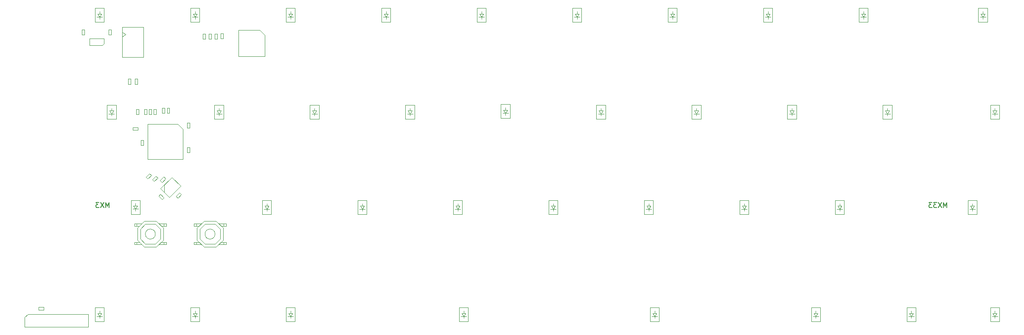
<source format=gbr>
%TF.GenerationSoftware,KiCad,Pcbnew,7.0.6*%
%TF.CreationDate,2023-07-18T22:48:20-04:00*%
%TF.ProjectId,cutiepie2040-standard-stagger,63757469-6570-4696-9532-3034302d7374,rev?*%
%TF.SameCoordinates,PX2d6b3a0PY7aa1830*%
%TF.FileFunction,AssemblyDrawing,Bot*%
%FSLAX46Y46*%
G04 Gerber Fmt 4.6, Leading zero omitted, Abs format (unit mm)*
G04 Created by KiCad (PCBNEW 7.0.6) date 2023-07-18 22:48:20*
%MOMM*%
%LPD*%
G01*
G04 APERTURE LIST*
%ADD10C,0.150000*%
%ADD11C,0.100000*%
G04 APERTURE END LIST*
D10*
X185118034Y29707765D02*
X185118034Y30707765D01*
X185118034Y30707765D02*
X184784701Y29993480D01*
X184784701Y29993480D02*
X184451368Y30707765D01*
X184451368Y30707765D02*
X184451368Y29707765D01*
X184070415Y30707765D02*
X183403749Y29707765D01*
X183403749Y30707765D02*
X184070415Y29707765D01*
X183118034Y30707765D02*
X182498987Y30707765D01*
X182498987Y30707765D02*
X182832320Y30326813D01*
X182832320Y30326813D02*
X182689463Y30326813D01*
X182689463Y30326813D02*
X182594225Y30279194D01*
X182594225Y30279194D02*
X182546606Y30231575D01*
X182546606Y30231575D02*
X182498987Y30136337D01*
X182498987Y30136337D02*
X182498987Y29898242D01*
X182498987Y29898242D02*
X182546606Y29803004D01*
X182546606Y29803004D02*
X182594225Y29755384D01*
X182594225Y29755384D02*
X182689463Y29707765D01*
X182689463Y29707765D02*
X182975177Y29707765D01*
X182975177Y29707765D02*
X183070415Y29755384D01*
X183070415Y29755384D02*
X183118034Y29803004D01*
X182165653Y30707765D02*
X181546606Y30707765D01*
X181546606Y30707765D02*
X181879939Y30326813D01*
X181879939Y30326813D02*
X181737082Y30326813D01*
X181737082Y30326813D02*
X181641844Y30279194D01*
X181641844Y30279194D02*
X181594225Y30231575D01*
X181594225Y30231575D02*
X181546606Y30136337D01*
X181546606Y30136337D02*
X181546606Y29898242D01*
X181546606Y29898242D02*
X181594225Y29803004D01*
X181594225Y29803004D02*
X181641844Y29755384D01*
X181641844Y29755384D02*
X181737082Y29707765D01*
X181737082Y29707765D02*
X182022796Y29707765D01*
X182022796Y29707765D02*
X182118034Y29755384D01*
X182118034Y29755384D02*
X182165653Y29803004D01*
X17954343Y29707975D02*
X17954343Y30707975D01*
X17954343Y30707975D02*
X17621010Y29993690D01*
X17621010Y29993690D02*
X17287677Y30707975D01*
X17287677Y30707975D02*
X17287677Y29707975D01*
X16906724Y30707975D02*
X16240058Y29707975D01*
X16240058Y30707975D02*
X16906724Y29707975D01*
X15954343Y30707975D02*
X15335296Y30707975D01*
X15335296Y30707975D02*
X15668629Y30327023D01*
X15668629Y30327023D02*
X15525772Y30327023D01*
X15525772Y30327023D02*
X15430534Y30279404D01*
X15430534Y30279404D02*
X15382915Y30231785D01*
X15382915Y30231785D02*
X15335296Y30136547D01*
X15335296Y30136547D02*
X15335296Y29898452D01*
X15335296Y29898452D02*
X15382915Y29803214D01*
X15382915Y29803214D02*
X15430534Y29755594D01*
X15430534Y29755594D02*
X15525772Y29707975D01*
X15525772Y29707975D02*
X15811486Y29707975D01*
X15811486Y29707975D02*
X15906724Y29755594D01*
X15906724Y29755594D02*
X15954343Y29803214D01*
D11*
%TO.C,D21*%
X115185955Y47415862D02*
X116985955Y47415862D01*
X116985955Y47415862D02*
X116985955Y50215862D01*
X116085955Y48065862D02*
X116085955Y48465862D01*
X116085955Y48465862D02*
X115535955Y48465862D01*
X116085955Y48465862D02*
X116635955Y48465862D01*
X116085955Y48465862D02*
X116485955Y49065862D01*
X115685955Y49065862D02*
X116085955Y48465862D01*
X116085955Y49065862D02*
X116085955Y49565862D01*
X116485955Y49065862D02*
X115685955Y49065862D01*
X115185955Y50215862D02*
X115185955Y47415862D01*
X116985955Y50215862D02*
X115185955Y50215862D01*
%TO.C,D24*%
X129473467Y66763453D02*
X131273467Y66763453D01*
X131273467Y66763453D02*
X131273467Y69563453D01*
X130373467Y67413453D02*
X130373467Y67813453D01*
X130373467Y67813453D02*
X129823467Y67813453D01*
X130373467Y67813453D02*
X130923467Y67813453D01*
X130373467Y67813453D02*
X130773467Y68413453D01*
X129973467Y68413453D02*
X130373467Y67813453D01*
X130373467Y68413453D02*
X130373467Y68913453D01*
X130773467Y68413453D02*
X129973467Y68413453D01*
X129473467Y69563453D02*
X129473467Y66763453D01*
X131273467Y69563453D02*
X129473467Y69563453D01*
%TO.C,D22*%
X124730802Y28365846D02*
X126530802Y28365846D01*
X126530802Y28365846D02*
X126530802Y31165846D01*
X125630802Y29015846D02*
X125630802Y29415846D01*
X125630802Y29415846D02*
X125080802Y29415846D01*
X125630802Y29415846D02*
X126180802Y29415846D01*
X125630802Y29415846D02*
X126030802Y30015846D01*
X125230802Y30015846D02*
X125630802Y29415846D01*
X125630802Y30015846D02*
X125630802Y30515846D01*
X126030802Y30015846D02*
X125230802Y30015846D01*
X124730802Y31165846D02*
X124730802Y28365846D01*
X126530802Y31165846D02*
X124730802Y31165846D01*
%TO.C,R_Flash2*%
X39560726Y64467768D02*
X39020726Y64467768D01*
X39020726Y64467768D02*
X39020726Y63417768D01*
X39560726Y63417768D02*
X39560726Y64467768D01*
X39020726Y63417768D02*
X39560726Y63417768D01*
%TO.C,R_RST1*%
X3886172Y9795224D02*
X3886172Y9255224D01*
X3886172Y9255224D02*
X4936172Y9255224D01*
X4936172Y9795224D02*
X3886172Y9795224D01*
X4936172Y9255224D02*
X4936172Y9795224D01*
%TO.C,C_1V-Decoup1*%
X26837038Y48315480D02*
X27337038Y48315480D01*
X27337038Y48315480D02*
X27337038Y49315480D01*
X26837038Y49315480D02*
X26837038Y48315480D01*
X27337038Y49315480D02*
X26837038Y49315480D01*
%TO.C,D13*%
X72323622Y66763453D02*
X74123622Y66763453D01*
X74123622Y66763453D02*
X74123622Y69563453D01*
X73223622Y67413453D02*
X73223622Y67813453D01*
X73223622Y67813453D02*
X72673622Y67813453D01*
X73223622Y67813453D02*
X73773622Y67813453D01*
X73223622Y67813453D02*
X73623622Y68413453D01*
X72823622Y68413453D02*
X73223622Y67813453D01*
X73223622Y68413453D02*
X73223622Y68913453D01*
X73623622Y68413453D02*
X72823622Y68413453D01*
X72323622Y69563453D02*
X72323622Y66763453D01*
X74123622Y69563453D02*
X72323622Y69563453D01*
%TO.C,C_LD1*%
X17907077Y64285627D02*
X18407077Y64285627D01*
X18407077Y64285627D02*
X18407077Y65285627D01*
X17907077Y65285627D02*
X17907077Y64285627D01*
X18407077Y65285627D02*
X17907077Y65285627D01*
%TO.C,D34*%
X177098507Y6934578D02*
X178898507Y6934578D01*
X178898507Y6934578D02*
X178898507Y9734578D01*
X177998507Y7584578D02*
X177998507Y7984578D01*
X177998507Y7984578D02*
X177448507Y7984578D01*
X177998507Y7984578D02*
X178548507Y7984578D01*
X177998507Y7984578D02*
X178398507Y8584578D01*
X177598507Y8584578D02*
X177998507Y7984578D01*
X177998507Y8584578D02*
X177998507Y9084578D01*
X178398507Y8584578D02*
X177598507Y8584578D01*
X177098507Y9734578D02*
X177098507Y6934578D01*
X178898507Y9734578D02*
X177098507Y9734578D01*
%TO.C,D23*%
X125901589Y6934578D02*
X127701589Y6934578D01*
X127701589Y6934578D02*
X127701589Y9734578D01*
X126801589Y7584578D02*
X126801589Y7984578D01*
X126801589Y7984578D02*
X126251589Y7984578D01*
X126801589Y7984578D02*
X127351589Y7984578D01*
X126801589Y7984578D02*
X127201589Y8584578D01*
X126401589Y8584578D02*
X126801589Y7984578D01*
X126801589Y8584578D02*
X126801589Y9084578D01*
X127201589Y8584578D02*
X126401589Y8584578D01*
X125901589Y9734578D02*
X125901589Y6934578D01*
X127701589Y9734578D02*
X125901589Y9734578D01*
%TO.C,C_3V-Decoup8*%
X26598086Y35286317D02*
X26951639Y34932764D01*
X26951639Y34932764D02*
X27658746Y35639871D01*
X27305193Y35993424D02*
X26598086Y35286317D01*
X27658746Y35639871D02*
X27305193Y35993424D01*
%TO.C,C_1V-Decoup2*%
X29515960Y48613138D02*
X30015960Y48613138D01*
X30015960Y48613138D02*
X30015960Y49613138D01*
X29515960Y49613138D02*
X29515960Y48613138D01*
X30015960Y49613138D02*
X29515960Y49613138D01*
%TO.C,D17*%
X96135939Y47551801D02*
X97935939Y47551801D01*
X97935939Y47551801D02*
X97935939Y50351801D01*
X97035939Y48201801D02*
X97035939Y48601801D01*
X97035939Y48601801D02*
X96485939Y48601801D01*
X97035939Y48601801D02*
X97585939Y48601801D01*
X97035939Y48601801D02*
X97435939Y49201801D01*
X96635939Y49201801D02*
X97035939Y48601801D01*
X97035939Y49201801D02*
X97035939Y49701801D01*
X97435939Y49201801D02*
X96635939Y49201801D01*
X96135939Y50351801D02*
X96135939Y47551801D01*
X97935939Y50351801D02*
X96135939Y50351801D01*
%TO.C,D30*%
X158048491Y6934578D02*
X159848491Y6934578D01*
X159848491Y6934578D02*
X159848491Y9734578D01*
X158948491Y7584578D02*
X158948491Y7984578D01*
X158948491Y7984578D02*
X158398491Y7984578D01*
X158948491Y7984578D02*
X159498491Y7984578D01*
X158948491Y7984578D02*
X159348491Y8584578D01*
X158548491Y8584578D02*
X158948491Y7984578D01*
X158948491Y8584578D02*
X158948491Y9084578D01*
X159348491Y8584578D02*
X158548491Y8584578D01*
X158048491Y9734578D02*
X158048491Y6934578D01*
X159848491Y9734578D02*
X158048491Y9734578D01*
%TO.C,D9*%
X53273574Y66763453D02*
X55073574Y66763453D01*
X55073574Y66763453D02*
X55073574Y69563453D01*
X54173574Y67413453D02*
X54173574Y67813453D01*
X54173574Y67813453D02*
X53623574Y67813453D01*
X54173574Y67813453D02*
X54723574Y67813453D01*
X54173574Y67813453D02*
X54573574Y68413453D01*
X53773574Y68413453D02*
X54173574Y67813453D01*
X54173574Y68413453D02*
X54173574Y68913453D01*
X54573574Y68413453D02*
X53773574Y68413453D01*
X53273574Y69563453D02*
X53273574Y66763453D01*
X55073574Y69563453D02*
X53273574Y69563453D01*
%TO.C,D25*%
X134235971Y47415862D02*
X136035971Y47415862D01*
X136035971Y47415862D02*
X136035971Y50215862D01*
X135135971Y48065862D02*
X135135971Y48465862D01*
X135135971Y48465862D02*
X134585971Y48465862D01*
X135135971Y48465862D02*
X135685971Y48465862D01*
X135135971Y48465862D02*
X135535971Y49065862D01*
X134735971Y49065862D02*
X135135971Y48465862D01*
X135135971Y49065862D02*
X135135971Y49565862D01*
X135535971Y49065862D02*
X134735971Y49065862D01*
X134235971Y50215862D02*
X134235971Y47415862D01*
X136035971Y50215862D02*
X134235971Y50215862D01*
%TO.C,R_DATA2*%
X22296501Y55442469D02*
X21756501Y55442469D01*
X21756501Y55442469D02*
X21756501Y54392469D01*
X22296501Y54392469D02*
X22296501Y55442469D01*
X21756501Y54392469D02*
X22296501Y54392469D01*
%TO.C,D31*%
X167573499Y66763453D02*
X169373499Y66763453D01*
X169373499Y66763453D02*
X169373499Y69563453D01*
X168473499Y67413453D02*
X168473499Y67813453D01*
X168473499Y67813453D02*
X167923499Y67813453D01*
X168473499Y67813453D02*
X169023499Y67813453D01*
X168473499Y67813453D02*
X168873499Y68413453D01*
X168073499Y68413453D02*
X168473499Y67813453D01*
X168473499Y68413453D02*
X168473499Y68913453D01*
X168873499Y68413453D02*
X168073499Y68413453D01*
X167573499Y69563453D02*
X167573499Y66763453D01*
X169373499Y69563453D02*
X167573499Y69563453D01*
%TO.C,J2*%
X13811172Y8413972D02*
X1746172Y8413972D01*
X1746172Y8413972D02*
X1111172Y7778972D01*
X1111172Y7778972D02*
X1111172Y5873972D01*
X13811172Y5873972D02*
X13811172Y8413972D01*
X1111172Y5873972D02*
X13811172Y5873972D01*
%TO.C,D35*%
X191386019Y66763453D02*
X193186019Y66763453D01*
X193186019Y66763453D02*
X193186019Y69563453D01*
X192286019Y67413453D02*
X192286019Y67813453D01*
X192286019Y67813453D02*
X191736019Y67813453D01*
X192286019Y67813453D02*
X192836019Y67813453D01*
X192286019Y67813453D02*
X192686019Y68413453D01*
X191886019Y68413453D02*
X192286019Y67813453D01*
X192286019Y68413453D02*
X192286019Y68913453D01*
X192686019Y68413453D02*
X191886019Y68413453D01*
X191386019Y69563453D02*
X191386019Y66763453D01*
X193186019Y69563453D02*
X191386019Y69563453D01*
%TO.C,D16*%
X91373670Y66763453D02*
X93173670Y66763453D01*
X93173670Y66763453D02*
X93173670Y69563453D01*
X92273670Y67413453D02*
X92273670Y67813453D01*
X92273670Y67813453D02*
X91723670Y67813453D01*
X92273670Y67813453D02*
X92823670Y67813453D01*
X92273670Y67813453D02*
X92673670Y68413453D01*
X91873670Y68413453D02*
X92273670Y67813453D01*
X92273670Y68413453D02*
X92273670Y68913453D01*
X92673670Y68413453D02*
X91873670Y68413453D01*
X91373670Y69563453D02*
X91373670Y66763453D01*
X93173670Y69563453D02*
X91373670Y69563453D01*
%TO.C,SW2*%
X22993816Y26507874D02*
X22993816Y26007874D01*
X22993816Y26007874D02*
X23993816Y26007874D01*
X22993816Y22807874D02*
X23993816Y22807874D01*
X22993816Y22307874D02*
X22993816Y22807874D01*
X23493816Y26507874D02*
X23493816Y26007874D01*
X23493816Y22307874D02*
X23493816Y22807874D01*
X23593816Y25607874D02*
X24993816Y27007874D01*
X23593816Y23207874D02*
X23593816Y25607874D01*
X24193816Y25407874D02*
X24193816Y23407874D01*
X24193816Y23407874D02*
X25193816Y22407874D01*
X24493816Y26507874D02*
X22993816Y26507874D01*
X24493816Y22307874D02*
X22993816Y22307874D01*
X24993816Y27007874D02*
X27393816Y27007874D01*
X24993816Y21807874D02*
X23593816Y23207874D01*
X25193816Y26407874D02*
X24193816Y25407874D01*
X25193816Y22407874D02*
X27193816Y22407874D01*
X27193816Y26407874D02*
X25193816Y26407874D01*
X27193816Y22407874D02*
X28193816Y23407874D01*
X27393816Y27007874D02*
X28793816Y25607874D01*
X27393816Y21807874D02*
X24993816Y21807874D01*
X27893816Y26507874D02*
X29393816Y26507874D01*
X27893816Y22307874D02*
X29393816Y22307874D01*
X28193816Y25407874D02*
X27193816Y26407874D01*
X28193816Y23407874D02*
X28193816Y25407874D01*
X28793816Y25607874D02*
X28793816Y23207874D01*
X28793816Y23207874D02*
X27393816Y21807874D01*
X28893816Y26507874D02*
X28893816Y26007874D01*
X28893816Y22307874D02*
X28893816Y22807874D01*
X29393816Y26507874D02*
X29393816Y26007874D01*
X29393816Y26007874D02*
X28393816Y26007874D01*
X29393816Y22807874D02*
X28393816Y22807874D01*
X29393816Y22307874D02*
X29393816Y22807874D01*
X27193816Y24407874D02*
G75*
G03*
X27193816Y24407874I-1000000J0D01*
G01*
%TO.C,D19*%
X87801557Y6934578D02*
X89601557Y6934578D01*
X89601557Y6934578D02*
X89601557Y9734578D01*
X88701557Y7584578D02*
X88701557Y7984578D01*
X88701557Y7984578D02*
X88151557Y7984578D01*
X88701557Y7984578D02*
X89251557Y7984578D01*
X88701557Y7984578D02*
X89101557Y8584578D01*
X88301557Y8584578D02*
X88701557Y7984578D01*
X88701557Y8584578D02*
X88701557Y9084578D01*
X89101557Y8584578D02*
X88301557Y8584578D01*
X87801557Y9734578D02*
X87801557Y6934578D01*
X89601557Y9734578D02*
X87801557Y9734578D01*
%TO.C,D27*%
X148523483Y66763453D02*
X150323483Y66763453D01*
X150323483Y66763453D02*
X150323483Y69563453D01*
X149423483Y67413453D02*
X149423483Y67813453D01*
X149423483Y67813453D02*
X148873483Y67813453D01*
X149423483Y67813453D02*
X149973483Y67813453D01*
X149423483Y67813453D02*
X149823483Y68413453D01*
X149023483Y68413453D02*
X149423483Y67813453D01*
X149423483Y68413453D02*
X149423483Y68913453D01*
X149823483Y68413453D02*
X149023483Y68413453D01*
X148523483Y69563453D02*
X148523483Y66763453D01*
X150323483Y69563453D02*
X148523483Y69563453D01*
%TO.C,C_1V-Decoup3*%
X26384611Y36151675D02*
X26031058Y36505228D01*
X26031058Y36505228D02*
X25323951Y35798121D01*
X25677504Y35444568D02*
X26384611Y36151675D01*
X25323951Y35798121D02*
X25677504Y35444568D01*
%TO.C,D2*%
X17554623Y47415862D02*
X19354623Y47415862D01*
X19354623Y47415862D02*
X19354623Y50215862D01*
X18454623Y48065862D02*
X18454623Y48465862D01*
X18454623Y48465862D02*
X17904623Y48465862D01*
X18454623Y48465862D02*
X19004623Y48465862D01*
X18454623Y48465862D02*
X18854623Y49065862D01*
X18054623Y49065862D02*
X18454623Y48465862D01*
X18454623Y49065862D02*
X18454623Y49565862D01*
X18854623Y49065862D02*
X18054623Y49065862D01*
X17554623Y50215862D02*
X17554623Y47415862D01*
X19354623Y50215862D02*
X17554623Y50215862D01*
%TO.C,Y1*%
X28231782Y33501732D02*
X30494523Y35764473D01*
X28938888Y32794625D02*
X28938888Y34208838D01*
X29999549Y31733965D02*
X28231782Y33501732D01*
X30494523Y35764473D02*
X32262290Y33996706D01*
X32262290Y33996706D02*
X29999549Y31733965D01*
%TO.C,D18*%
X105680786Y28365846D02*
X107480786Y28365846D01*
X107480786Y28365846D02*
X107480786Y31165846D01*
X106580786Y29015846D02*
X106580786Y29415846D01*
X106580786Y29415846D02*
X106030786Y29415846D01*
X106580786Y29415846D02*
X107130786Y29415846D01*
X106580786Y29415846D02*
X106980786Y30015846D01*
X106180786Y30015846D02*
X106580786Y29415846D01*
X106580786Y30015846D02*
X106580786Y30515846D01*
X106980786Y30015846D02*
X106180786Y30015846D01*
X105680786Y31165846D02*
X105680786Y28365846D01*
X107480786Y31165846D02*
X105680786Y31165846D01*
%TO.C,D33*%
X189302823Y28365700D02*
X191102823Y28365700D01*
X191102823Y28365700D02*
X191102823Y31165700D01*
X190202823Y29015700D02*
X190202823Y29415700D01*
X190202823Y29415700D02*
X189652823Y29415700D01*
X190202823Y29415700D02*
X190752823Y29415700D01*
X190202823Y29415700D02*
X190602823Y30015700D01*
X189802823Y30015700D02*
X190202823Y29415700D01*
X190202823Y30015700D02*
X190202823Y30515700D01*
X190602823Y30015700D02*
X189802823Y30015700D01*
X189302823Y31165700D02*
X189302823Y28365700D01*
X191102823Y31165700D02*
X189302823Y31165700D01*
%TO.C,D37*%
X193767271Y6934578D02*
X195567271Y6934578D01*
X195567271Y6934578D02*
X195567271Y9734578D01*
X194667271Y7584578D02*
X194667271Y7984578D01*
X194667271Y7984578D02*
X194117271Y7984578D01*
X194667271Y7984578D02*
X195217271Y7984578D01*
X194667271Y7984578D02*
X195067271Y8584578D01*
X194267271Y8584578D02*
X194667271Y7984578D01*
X194667271Y8584578D02*
X194667271Y9084578D01*
X195067271Y8584578D02*
X194267271Y8584578D01*
X193767271Y9734578D02*
X193767271Y6934578D01*
X195567271Y9734578D02*
X193767271Y9734578D01*
%TO.C,C_3V-Decoup6*%
X33534343Y45636558D02*
X34034343Y45636558D01*
X34034343Y45636558D02*
X34034343Y46636558D01*
X33534343Y46636558D02*
X33534343Y45636558D01*
X34034343Y46636558D02*
X33534343Y46636558D01*
%TO.C,SW1*%
X34900096Y26507874D02*
X34900096Y26007874D01*
X34900096Y26007874D02*
X35900096Y26007874D01*
X34900096Y22807874D02*
X35900096Y22807874D01*
X34900096Y22307874D02*
X34900096Y22807874D01*
X35400096Y26507874D02*
X35400096Y26007874D01*
X35400096Y22307874D02*
X35400096Y22807874D01*
X35500096Y25607874D02*
X36900096Y27007874D01*
X35500096Y23207874D02*
X35500096Y25607874D01*
X36100096Y25407874D02*
X36100096Y23407874D01*
X36100096Y23407874D02*
X37100096Y22407874D01*
X36400096Y26507874D02*
X34900096Y26507874D01*
X36400096Y22307874D02*
X34900096Y22307874D01*
X36900096Y27007874D02*
X39300096Y27007874D01*
X36900096Y21807874D02*
X35500096Y23207874D01*
X37100096Y26407874D02*
X36100096Y25407874D01*
X37100096Y22407874D02*
X39100096Y22407874D01*
X39100096Y26407874D02*
X37100096Y26407874D01*
X39100096Y22407874D02*
X40100096Y23407874D01*
X39300096Y27007874D02*
X40700096Y25607874D01*
X39300096Y21807874D02*
X36900096Y21807874D01*
X39800096Y26507874D02*
X41300096Y26507874D01*
X39800096Y22307874D02*
X41300096Y22307874D01*
X40100096Y25407874D02*
X39100096Y26407874D01*
X40100096Y23407874D02*
X40100096Y25407874D01*
X40700096Y25607874D02*
X40700096Y23207874D01*
X40700096Y23207874D02*
X39300096Y21807874D01*
X40800096Y26507874D02*
X40800096Y26007874D01*
X40800096Y22307874D02*
X40800096Y22807874D01*
X41300096Y26507874D02*
X41300096Y26007874D01*
X41300096Y26007874D02*
X40300096Y26007874D01*
X41300096Y22807874D02*
X40300096Y22807874D01*
X41300096Y22307874D02*
X41300096Y22807874D01*
X39100096Y24407874D02*
G75*
G03*
X39100096Y24407874I-1000000J0D01*
G01*
%TO.C,D10*%
X58035907Y47415862D02*
X59835907Y47415862D01*
X59835907Y47415862D02*
X59835907Y50215862D01*
X58935907Y48065862D02*
X58935907Y48465862D01*
X58935907Y48465862D02*
X58385907Y48465862D01*
X58935907Y48465862D02*
X59485907Y48465862D01*
X58935907Y48465862D02*
X59335907Y49065862D01*
X58535907Y49065862D02*
X58935907Y48465862D01*
X58935907Y49065862D02*
X58935907Y49565862D01*
X59335907Y49065862D02*
X58535907Y49065862D01*
X58035907Y50215862D02*
X58035907Y47415862D01*
X59835907Y50215862D02*
X58035907Y50215862D01*
%TO.C,D4*%
X15173371Y6934578D02*
X16973371Y6934578D01*
X16973371Y6934578D02*
X16973371Y9734578D01*
X16073371Y7584578D02*
X16073371Y7984578D01*
X16073371Y7984578D02*
X15523371Y7984578D01*
X16073371Y7984578D02*
X16623371Y7984578D01*
X16073371Y7984578D02*
X16473371Y8584578D01*
X15673371Y8584578D02*
X16073371Y7984578D01*
X16073371Y8584578D02*
X16073371Y9084578D01*
X16473371Y8584578D02*
X15673371Y8584578D01*
X15173371Y9734578D02*
X15173371Y6934578D01*
X16973371Y9734578D02*
X15173371Y9734578D01*
%TO.C,R_Crystal1*%
X28130019Y35123774D02*
X28511857Y34741936D01*
X28511857Y34741936D02*
X29254319Y35484398D01*
X28872481Y35866236D02*
X28130019Y35123774D01*
X29254319Y35484398D02*
X28872481Y35866236D01*
%TO.C,C_3V-Decoup5*%
X23683971Y45212608D02*
X23683971Y45712608D01*
X23683971Y45712608D02*
X22683971Y45712608D01*
X22683971Y45212608D02*
X23683971Y45212608D01*
X22683971Y45712608D02*
X22683971Y45212608D01*
%TO.C,C_Flash1*%
X40731352Y64472768D02*
X40231352Y64472768D01*
X40231352Y64472768D02*
X40231352Y63472768D01*
X40731352Y63472768D02*
X40731352Y64472768D01*
X40231352Y63472768D02*
X40731352Y63472768D01*
%TO.C,C_3V-Decoup7*%
X26394064Y49315480D02*
X25894064Y49315480D01*
X25894064Y49315480D02*
X25894064Y48315480D01*
X26394064Y48315480D02*
X26394064Y49315480D01*
X25894064Y48315480D02*
X26394064Y48315480D01*
%TO.C,C_3V-Decoup1*%
X23413971Y48315480D02*
X23913971Y48315480D01*
X23913971Y48315480D02*
X23913971Y49315480D01*
X23413971Y49315480D02*
X23413971Y48315480D01*
X23913971Y49315480D02*
X23413971Y49315480D01*
%TO.C,D6*%
X38985891Y47415862D02*
X40785891Y47415862D01*
X40785891Y47415862D02*
X40785891Y50215862D01*
X39885891Y48065862D02*
X39885891Y48465862D01*
X39885891Y48465862D02*
X39335891Y48465862D01*
X39885891Y48465862D02*
X40435891Y48465862D01*
X39885891Y48465862D02*
X40285891Y49065862D01*
X39485891Y49065862D02*
X39885891Y48465862D01*
X39885891Y49065862D02*
X39885891Y49565862D01*
X40285891Y49065862D02*
X39485891Y49065862D01*
X38985891Y50215862D02*
X38985891Y47415862D01*
X40785891Y50215862D02*
X38985891Y50215862D01*
%TO.C,D32*%
X172336003Y47415862D02*
X174136003Y47415862D01*
X174136003Y47415862D02*
X174136003Y50215862D01*
X173236003Y48065862D02*
X173236003Y48465862D01*
X173236003Y48465862D02*
X172686003Y48465862D01*
X173236003Y48465862D02*
X173786003Y48465862D01*
X173236003Y48465862D02*
X173636003Y49065862D01*
X172836003Y49065862D02*
X173236003Y48465862D01*
X173236003Y49065862D02*
X173236003Y49565862D01*
X173636003Y49065862D02*
X172836003Y49065862D01*
X172336003Y50215862D02*
X172336003Y47415862D01*
X174136003Y50215862D02*
X172336003Y50215862D01*
%TO.C,C_3V-Decoup4*%
X24306945Y42162608D02*
X24806945Y42162608D01*
X24806945Y42162608D02*
X24806945Y43162608D01*
X24306945Y43162608D02*
X24306945Y42162608D01*
X24806945Y43162608D02*
X24306945Y43162608D01*
%TO.C,J1*%
X24824880Y65805627D02*
X24824880Y59805627D01*
X20574880Y65805627D02*
X24824880Y65805627D01*
X20574880Y65805627D02*
X20574880Y59805627D01*
X20574880Y64805627D02*
X21281987Y64305627D01*
X21281987Y64305627D02*
X20574880Y63805627D01*
X20574880Y59805627D02*
X24824880Y59805627D01*
%TO.C,C_Crystal1*%
X31318969Y31970179D02*
X31672522Y31616626D01*
X31672522Y31616626D02*
X32379629Y32323733D01*
X32026076Y32677286D02*
X31318969Y31970179D01*
X32379629Y32323733D02*
X32026076Y32677286D01*
%TO.C,D36*%
X193767271Y47415862D02*
X195567271Y47415862D01*
X195567271Y47415862D02*
X195567271Y50215862D01*
X194667271Y48065862D02*
X194667271Y48465862D01*
X194667271Y48465862D02*
X194117271Y48465862D01*
X194667271Y48465862D02*
X195217271Y48465862D01*
X194667271Y48465862D02*
X195067271Y49065862D01*
X194267271Y49065862D02*
X194667271Y48465862D01*
X194667271Y49065862D02*
X194667271Y49565862D01*
X195067271Y49065862D02*
X194267271Y49065862D01*
X193767271Y50215862D02*
X193767271Y47415862D01*
X195567271Y50215862D02*
X193767271Y50215862D01*
%TO.C,D26*%
X143780818Y28365846D02*
X145580818Y28365846D01*
X145580818Y28365846D02*
X145580818Y31165846D01*
X144680818Y29015846D02*
X144680818Y29415846D01*
X144680818Y29415846D02*
X144130818Y29415846D01*
X144680818Y29415846D02*
X145230818Y29415846D01*
X144680818Y29415846D02*
X145080818Y30015846D01*
X144280818Y30015846D02*
X144680818Y29415846D01*
X144680818Y30015846D02*
X144680818Y30515846D01*
X145080818Y30015846D02*
X144280818Y30015846D01*
X143780818Y31165846D02*
X143780818Y28365846D01*
X145580818Y31165846D02*
X143780818Y31165846D01*
%TO.C,R_DATA1*%
X23636313Y55442469D02*
X23096313Y55442469D01*
X23096313Y55442469D02*
X23096313Y54392469D01*
X23636313Y54392469D02*
X23636313Y55442469D01*
X23096313Y54392469D02*
X23636313Y54392469D01*
%TO.C,D15*%
X86630770Y28365846D02*
X88430770Y28365846D01*
X88430770Y28365846D02*
X88430770Y31165846D01*
X87530770Y29015846D02*
X87530770Y29415846D01*
X87530770Y29415846D02*
X86980770Y29415846D01*
X87530770Y29415846D02*
X88080770Y29415846D01*
X87530770Y29415846D02*
X87930770Y30015846D01*
X87130770Y30015846D02*
X87530770Y29415846D01*
X87530770Y30015846D02*
X87530770Y30515846D01*
X87930770Y30015846D02*
X87130770Y30015846D01*
X86630770Y31165846D02*
X86630770Y28365846D01*
X88430770Y31165846D02*
X86630770Y31165846D01*
%TO.C,D14*%
X77085923Y47415862D02*
X78885923Y47415862D01*
X78885923Y47415862D02*
X78885923Y50215862D01*
X77985923Y48065862D02*
X77985923Y48465862D01*
X77985923Y48465862D02*
X77435923Y48465862D01*
X77985923Y48465862D02*
X78535923Y48465862D01*
X77985923Y48465862D02*
X78385923Y49065862D01*
X77585923Y49065862D02*
X77985923Y48465862D01*
X77985923Y49065862D02*
X77985923Y49565862D01*
X78385923Y49065862D02*
X77585923Y49065862D01*
X77085923Y50215862D02*
X77085923Y47415862D01*
X78885923Y50215862D02*
X77085923Y50215862D01*
%TO.C,C_Crystal2*%
X28529535Y31324612D02*
X28883088Y31678165D01*
X28883088Y31678165D02*
X28175981Y32385272D01*
X27822428Y32031719D02*
X28529535Y31324612D01*
X28175981Y32385272D02*
X27822428Y32031719D01*
%TO.C,R_Flash1*%
X37179474Y64467768D02*
X36639474Y64467768D01*
X36639474Y64467768D02*
X36639474Y63417768D01*
X37179474Y63417768D02*
X37179474Y64467768D01*
X36639474Y63417768D02*
X37179474Y63417768D01*
%TO.C,D11*%
X67580754Y28365846D02*
X69380754Y28365846D01*
X69380754Y28365846D02*
X69380754Y31165846D01*
X68480754Y29015846D02*
X68480754Y29415846D01*
X68480754Y29415846D02*
X67930754Y29415846D01*
X68480754Y29415846D02*
X69030754Y29415846D01*
X68480754Y29415846D02*
X68880754Y30015846D01*
X68080754Y30015846D02*
X68480754Y29415846D01*
X68480754Y30015846D02*
X68480754Y30515846D01*
X68880754Y30015846D02*
X68080754Y30015846D01*
X67580754Y31165846D02*
X67580754Y28365846D01*
X69380754Y31165846D02*
X67580754Y31165846D01*
%TO.C,D28*%
X153285987Y47415862D02*
X155085987Y47415862D01*
X155085987Y47415862D02*
X155085987Y50215862D01*
X154185987Y48065862D02*
X154185987Y48465862D01*
X154185987Y48465862D02*
X153635987Y48465862D01*
X154185987Y48465862D02*
X154735987Y48465862D01*
X154185987Y48465862D02*
X154585987Y49065862D01*
X153785987Y49065862D02*
X154185987Y48465862D01*
X154185987Y49065862D02*
X154185987Y49565862D01*
X154585987Y49065862D02*
X153785987Y49065862D01*
X153285987Y50215862D02*
X153285987Y47415862D01*
X155085987Y50215862D02*
X153285987Y50215862D01*
%TO.C,C_3V-Decoup2*%
X24951090Y48315480D02*
X25451090Y48315480D01*
X25451090Y48315480D02*
X25451090Y49315480D01*
X24951090Y49315480D02*
X24951090Y48315480D01*
X25451090Y49315480D02*
X24951090Y49315480D01*
%TO.C,C_LD2*%
X12549251Y64285627D02*
X13049251Y64285627D01*
X13049251Y64285627D02*
X13049251Y65285627D01*
X12549251Y65285627D02*
X12549251Y64285627D01*
X13049251Y65285627D02*
X12549251Y65285627D01*
%TO.C,D7*%
X48530738Y28365846D02*
X50330738Y28365846D01*
X50330738Y28365846D02*
X50330738Y31165846D01*
X49430738Y29015846D02*
X49430738Y29415846D01*
X49430738Y29415846D02*
X48880738Y29415846D01*
X49430738Y29415846D02*
X49980738Y29415846D01*
X49430738Y29415846D02*
X49830738Y30015846D01*
X49030738Y30015846D02*
X49430738Y29415846D01*
X49430738Y30015846D02*
X49430738Y30515846D01*
X49830738Y30015846D02*
X49030738Y30015846D01*
X48530738Y31165846D02*
X48530738Y28365846D01*
X50330738Y31165846D02*
X48530738Y31165846D01*
%TO.C,C_3V-Decoup9*%
X34034343Y41725201D02*
X33534343Y41725201D01*
X33534343Y41725201D02*
X33534343Y40725201D01*
X34034343Y40725201D02*
X34034343Y41725201D01*
X33534343Y40725201D02*
X34034343Y40725201D01*
%TO.C,D29*%
X162830834Y28365846D02*
X164630834Y28365846D01*
X164630834Y28365846D02*
X164630834Y31165846D01*
X163730834Y29015846D02*
X163730834Y29415846D01*
X163730834Y29415846D02*
X163180834Y29415846D01*
X163730834Y29415846D02*
X164280834Y29415846D01*
X163730834Y29415846D02*
X164130834Y30015846D01*
X163330834Y30015846D02*
X163730834Y29415846D01*
X163730834Y30015846D02*
X163730834Y30515846D01*
X164130834Y30015846D02*
X163330834Y30015846D01*
X162830834Y31165846D02*
X162830834Y28365846D01*
X164630834Y31165846D02*
X162830834Y31165846D01*
%TO.C,U1*%
X32670386Y39362608D02*
X32670386Y45362608D01*
X32670386Y45362608D02*
X31670386Y46362608D01*
X31670386Y46362608D02*
X25670386Y46362608D01*
X25670386Y39362608D02*
X32670386Y39362608D01*
X25670386Y46362608D02*
X25670386Y39362608D01*
%TO.C,D8*%
X34223387Y6934578D02*
X36023387Y6934578D01*
X36023387Y6934578D02*
X36023387Y9734578D01*
X35123387Y7584578D02*
X35123387Y7984578D01*
X35123387Y7984578D02*
X34573387Y7984578D01*
X35123387Y7984578D02*
X35673387Y7984578D01*
X35123387Y7984578D02*
X35523387Y8584578D01*
X34723387Y8584578D02*
X35123387Y7984578D01*
X35123387Y8584578D02*
X35123387Y9084578D01*
X35523387Y8584578D02*
X34723387Y8584578D01*
X34223387Y9734578D02*
X34223387Y6934578D01*
X36023387Y9734578D02*
X34223387Y9734578D01*
%TO.C,U3*%
X14028164Y62155627D02*
X16603164Y62155627D01*
X16603164Y62155627D02*
X16928164Y62480627D01*
X16928164Y62480627D02*
X16928164Y63455627D01*
X14028164Y63455627D02*
X14028164Y62155627D01*
X16928164Y63455627D02*
X14028164Y63455627D01*
%TO.C,D3*%
X22317484Y28378249D02*
X24117484Y28378249D01*
X24117484Y28378249D02*
X24117484Y31178249D01*
X23217484Y29028249D02*
X23217484Y29428249D01*
X23217484Y29428249D02*
X22667484Y29428249D01*
X23217484Y29428249D02*
X23767484Y29428249D01*
X23217484Y29428249D02*
X23617484Y30028249D01*
X22817484Y30028249D02*
X23217484Y29428249D01*
X23217484Y30028249D02*
X23217484Y30528249D01*
X23617484Y30028249D02*
X22817484Y30028249D01*
X22317484Y31178249D02*
X22317484Y28378249D01*
X24117484Y31178249D02*
X22317484Y31178249D01*
%TO.C,D5*%
X34223526Y66763453D02*
X36023526Y66763453D01*
X36023526Y66763453D02*
X36023526Y69563453D01*
X35123526Y67413453D02*
X35123526Y67813453D01*
X35123526Y67813453D02*
X34573526Y67813453D01*
X35123526Y67813453D02*
X35673526Y67813453D01*
X35123526Y67813453D02*
X35523526Y68413453D01*
X34723526Y68413453D02*
X35123526Y67813453D01*
X35123526Y68413453D02*
X35123526Y68913453D01*
X35523526Y68413453D02*
X34723526Y68413453D01*
X34223526Y69563453D02*
X34223526Y66763453D01*
X36023526Y69563453D02*
X34223526Y69563453D01*
%TO.C,R_Flash3*%
X37830100Y63417768D02*
X38370100Y63417768D01*
X38370100Y63417768D02*
X38370100Y64467768D01*
X37830100Y64467768D02*
X37830100Y63417768D01*
X38370100Y64467768D02*
X37830100Y64467768D01*
%TO.C,U2*%
X49049492Y59932768D02*
X49049492Y64162768D01*
X49049492Y64162768D02*
X48049492Y65162768D01*
X48049492Y65162768D02*
X43819492Y65162768D01*
X43819492Y59932768D02*
X49049492Y59932768D01*
X43819492Y65162768D02*
X43819492Y59932768D01*
%TO.C,C_3V-Decoup3*%
X28572986Y48613138D02*
X29072986Y48613138D01*
X29072986Y48613138D02*
X29072986Y49613138D01*
X28572986Y49613138D02*
X28572986Y48613138D01*
X29072986Y49613138D02*
X28572986Y49613138D01*
%TO.C,D1*%
X15173478Y66763453D02*
X16973478Y66763453D01*
X16973478Y66763453D02*
X16973478Y69563453D01*
X16073478Y67413453D02*
X16073478Y67813453D01*
X16073478Y67813453D02*
X15523478Y67813453D01*
X16073478Y67813453D02*
X16623478Y67813453D01*
X16073478Y67813453D02*
X16473478Y68413453D01*
X15673478Y68413453D02*
X16073478Y67813453D01*
X16073478Y68413453D02*
X16073478Y68913453D01*
X16473478Y68413453D02*
X15673478Y68413453D01*
X15173478Y69563453D02*
X15173478Y66763453D01*
X16973478Y69563453D02*
X15173478Y69563453D01*
%TO.C,D20*%
X110423718Y66763453D02*
X112223718Y66763453D01*
X112223718Y66763453D02*
X112223718Y69563453D01*
X111323718Y67413453D02*
X111323718Y67813453D01*
X111323718Y67813453D02*
X110773718Y67813453D01*
X111323718Y67813453D02*
X111873718Y67813453D01*
X111323718Y67813453D02*
X111723718Y68413453D01*
X110923718Y68413453D02*
X111323718Y67813453D01*
X111323718Y68413453D02*
X111323718Y68913453D01*
X111723718Y68413453D02*
X110923718Y68413453D01*
X110423718Y69563453D02*
X110423718Y66763453D01*
X112223718Y69563453D02*
X110423718Y69563453D01*
%TO.C,D12*%
X53273403Y6934578D02*
X55073403Y6934578D01*
X55073403Y6934578D02*
X55073403Y9734578D01*
X54173403Y7584578D02*
X54173403Y7984578D01*
X54173403Y7984578D02*
X53623403Y7984578D01*
X54173403Y7984578D02*
X54723403Y7984578D01*
X54173403Y7984578D02*
X54573403Y8584578D01*
X53773403Y8584578D02*
X54173403Y7984578D01*
X54173403Y8584578D02*
X54173403Y9084578D01*
X54573403Y8584578D02*
X53773403Y8584578D01*
X53273403Y9734578D02*
X53273403Y6934578D01*
X55073403Y9734578D02*
X53273403Y9734578D01*
%TD*%
M02*

</source>
